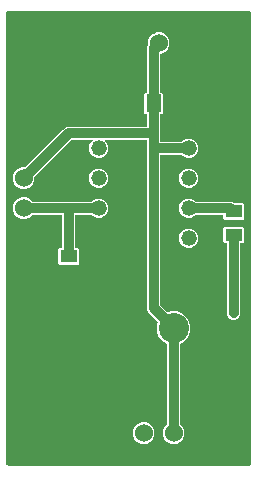
<source format=gbr>
G04 EAGLE Gerber RS-274X export*
G75*
%MOMM*%
%FSLAX34Y34*%
%LPD*%
%INTop Copper*%
%IPPOS*%
%AMOC8*
5,1,8,0,0,1.08239X$1,22.5*%
G01*
%ADD10R,1.300000X1.500000*%
%ADD11C,2.540000*%
%ADD12P,2.749271X8X202.500000*%
%ADD13R,1.400000X1.100000*%
%ADD14C,1.320800*%
%ADD15C,1.524000*%
%ADD16C,0.812800*%
%ADD17C,0.756400*%

G36*
X215918Y10672D02*
X215918Y10672D01*
X215940Y10670D01*
X216178Y10689D01*
X216227Y10703D01*
X216295Y10712D01*
X216749Y10860D01*
X216796Y10886D01*
X216890Y10932D01*
X217276Y11212D01*
X217312Y11252D01*
X217388Y11324D01*
X217668Y11710D01*
X217691Y11759D01*
X217740Y11851D01*
X217888Y12305D01*
X217894Y12356D01*
X217911Y12422D01*
X217930Y12660D01*
X217927Y12679D01*
X217931Y12700D01*
X217931Y393700D01*
X217928Y393718D01*
X217930Y393740D01*
X217911Y393978D01*
X217897Y394027D01*
X217888Y394095D01*
X217740Y394549D01*
X217714Y394596D01*
X217668Y394690D01*
X217388Y395076D01*
X217348Y395112D01*
X217276Y395188D01*
X216890Y395468D01*
X216841Y395491D01*
X216749Y395540D01*
X216295Y395688D01*
X216244Y395694D01*
X216178Y395711D01*
X215940Y395730D01*
X215921Y395727D01*
X215900Y395731D01*
X12700Y395731D01*
X12682Y395728D01*
X12660Y395730D01*
X12422Y395711D01*
X12372Y395697D01*
X12305Y395688D01*
X11851Y395540D01*
X11804Y395514D01*
X11710Y395468D01*
X11324Y395188D01*
X11288Y395149D01*
X11212Y395076D01*
X10932Y394690D01*
X10909Y394641D01*
X10860Y394549D01*
X10712Y394095D01*
X10706Y394044D01*
X10689Y393978D01*
X10670Y393740D01*
X10673Y393721D01*
X10669Y393700D01*
X10669Y12700D01*
X10670Y12693D01*
X10669Y12687D01*
X10672Y12675D01*
X10670Y12660D01*
X10689Y12422D01*
X10703Y12373D01*
X10712Y12305D01*
X10860Y11851D01*
X10886Y11804D01*
X10932Y11710D01*
X11212Y11324D01*
X11252Y11288D01*
X11324Y11212D01*
X11710Y10932D01*
X11759Y10909D01*
X11851Y10860D01*
X12305Y10712D01*
X12356Y10706D01*
X12422Y10689D01*
X12660Y10670D01*
X12679Y10673D01*
X12700Y10669D01*
X215900Y10669D01*
X215918Y10672D01*
G37*
%LPC*%
G36*
X150581Y28955D02*
X150581Y28955D01*
X147220Y30347D01*
X144647Y32920D01*
X143255Y36281D01*
X143255Y39919D01*
X144647Y43280D01*
X146663Y45295D01*
X146667Y45302D01*
X146673Y45306D01*
X146722Y45385D01*
X146774Y45462D01*
X146775Y45470D01*
X146779Y45477D01*
X146811Y45654D01*
X146811Y113579D01*
X146810Y113586D01*
X146811Y113592D01*
X146790Y113684D01*
X146772Y113776D01*
X146768Y113781D01*
X146767Y113788D01*
X146712Y113864D01*
X146659Y113942D01*
X146654Y113945D01*
X146650Y113950D01*
X146498Y114048D01*
X144342Y114941D01*
X140341Y118942D01*
X138175Y124170D01*
X138175Y129830D01*
X139068Y131985D01*
X139069Y131992D01*
X139073Y131997D01*
X139089Y132090D01*
X139107Y132182D01*
X139106Y132188D01*
X139107Y132195D01*
X139085Y132286D01*
X139066Y132378D01*
X139063Y132384D01*
X139061Y132390D01*
X138958Y132538D01*
X132406Y139091D01*
X130762Y140734D01*
X129911Y142788D01*
X129911Y286004D01*
X129910Y286009D01*
X129911Y286014D01*
X129890Y286107D01*
X129872Y286201D01*
X129869Y286205D01*
X129868Y286210D01*
X129812Y286288D01*
X129759Y286366D01*
X129755Y286369D01*
X129752Y286373D01*
X129670Y286424D01*
X129591Y286476D01*
X129586Y286476D01*
X129581Y286479D01*
X129404Y286511D01*
X94509Y286511D01*
X94506Y286511D01*
X94504Y286511D01*
X94409Y286491D01*
X94313Y286472D01*
X94310Y286470D01*
X94308Y286470D01*
X94227Y286414D01*
X94147Y286359D01*
X94145Y286357D01*
X94143Y286355D01*
X94090Y286272D01*
X94038Y286191D01*
X94037Y286188D01*
X94036Y286186D01*
X94019Y286090D01*
X94002Y285994D01*
X94003Y285991D01*
X94002Y285989D01*
X94024Y285894D01*
X94046Y285798D01*
X94047Y285796D01*
X94048Y285793D01*
X94150Y285645D01*
X95791Y284005D01*
X97029Y281017D01*
X97029Y277783D01*
X95791Y274795D01*
X93505Y272509D01*
X93170Y272370D01*
X91945Y271863D01*
X90721Y271356D01*
X90517Y271271D01*
X87283Y271271D01*
X84295Y272509D01*
X82009Y274795D01*
X80771Y277783D01*
X80771Y281017D01*
X82009Y284005D01*
X83650Y285645D01*
X83651Y285648D01*
X83653Y285649D01*
X83706Y285730D01*
X83761Y285812D01*
X83761Y285815D01*
X83762Y285817D01*
X83780Y285913D01*
X83798Y286009D01*
X83798Y286012D01*
X83798Y286014D01*
X83777Y286111D01*
X83757Y286205D01*
X83755Y286207D01*
X83754Y286210D01*
X83698Y286290D01*
X83642Y286370D01*
X83640Y286371D01*
X83638Y286373D01*
X83555Y286426D01*
X83473Y286477D01*
X83471Y286478D01*
X83468Y286479D01*
X83291Y286511D01*
X66025Y286511D01*
X66017Y286510D01*
X66010Y286511D01*
X65920Y286490D01*
X65829Y286472D01*
X65822Y286467D01*
X65814Y286465D01*
X65666Y286363D01*
X34693Y255390D01*
X34689Y255383D01*
X34683Y255379D01*
X34634Y255300D01*
X34582Y255223D01*
X34581Y255215D01*
X34577Y255208D01*
X34545Y255031D01*
X34545Y252181D01*
X33153Y248820D01*
X30580Y246247D01*
X29966Y245993D01*
X28742Y245486D01*
X28741Y245486D01*
X27517Y244979D01*
X27219Y244855D01*
X23581Y244855D01*
X20220Y246247D01*
X17647Y248820D01*
X16255Y252181D01*
X16255Y255819D01*
X17647Y259180D01*
X20220Y261753D01*
X20327Y261797D01*
X20328Y261797D01*
X21552Y262304D01*
X22777Y262812D01*
X23581Y263145D01*
X26431Y263145D01*
X26439Y263146D01*
X26446Y263145D01*
X26536Y263166D01*
X26627Y263184D01*
X26634Y263189D01*
X26642Y263191D01*
X26790Y263293D01*
X58691Y295194D01*
X60334Y296838D01*
X61461Y297305D01*
X62388Y297689D01*
X129404Y297689D01*
X129409Y297690D01*
X129414Y297689D01*
X129507Y297710D01*
X129601Y297728D01*
X129605Y297731D01*
X129610Y297732D01*
X129688Y297788D01*
X129766Y297841D01*
X129769Y297845D01*
X129773Y297848D01*
X129824Y297930D01*
X129876Y298009D01*
X129876Y298014D01*
X129879Y298019D01*
X129911Y298196D01*
X129911Y307968D01*
X129910Y307973D01*
X129911Y307978D01*
X129890Y308071D01*
X129872Y308165D01*
X129869Y308169D01*
X129868Y308174D01*
X129812Y308252D01*
X129759Y308330D01*
X129755Y308333D01*
X129752Y308337D01*
X129670Y308388D01*
X129591Y308440D01*
X129586Y308440D01*
X129581Y308443D01*
X129404Y308475D01*
X128368Y308475D01*
X127475Y309368D01*
X127475Y325632D01*
X128368Y326525D01*
X129404Y326525D01*
X129409Y326526D01*
X129414Y326525D01*
X129507Y326546D01*
X129601Y326564D01*
X129605Y326567D01*
X129610Y326568D01*
X129688Y326624D01*
X129766Y326677D01*
X129769Y326681D01*
X129773Y326684D01*
X129824Y326766D01*
X129876Y326845D01*
X129876Y326850D01*
X129879Y326855D01*
X129911Y327032D01*
X129911Y365212D01*
X130517Y366673D01*
X130518Y366682D01*
X130523Y366690D01*
X130555Y366867D01*
X130555Y370119D01*
X131947Y373480D01*
X134520Y376053D01*
X135445Y376436D01*
X136669Y376943D01*
X137881Y377445D01*
X141519Y377445D01*
X144880Y376053D01*
X147453Y373480D01*
X148845Y370119D01*
X148845Y366481D01*
X147453Y363120D01*
X144880Y360547D01*
X143859Y360124D01*
X142634Y359617D01*
X141446Y359125D01*
X141399Y359116D01*
X141395Y359113D01*
X141390Y359112D01*
X141312Y359056D01*
X141234Y359003D01*
X141231Y358999D01*
X141227Y358996D01*
X141176Y358914D01*
X141124Y358835D01*
X141124Y358830D01*
X141121Y358825D01*
X141089Y358648D01*
X141089Y327032D01*
X141090Y327027D01*
X141089Y327022D01*
X141110Y326929D01*
X141128Y326835D01*
X141131Y326831D01*
X141132Y326826D01*
X141188Y326748D01*
X141241Y326670D01*
X141245Y326667D01*
X141248Y326663D01*
X141330Y326612D01*
X141409Y326560D01*
X141414Y326560D01*
X141419Y326557D01*
X141596Y326525D01*
X142632Y326525D01*
X143525Y325632D01*
X143525Y309368D01*
X142632Y308475D01*
X141596Y308475D01*
X141591Y308474D01*
X141586Y308475D01*
X141493Y308454D01*
X141399Y308436D01*
X141395Y308433D01*
X141390Y308432D01*
X141312Y308376D01*
X141234Y308323D01*
X141231Y308319D01*
X141227Y308316D01*
X141176Y308234D01*
X141124Y308155D01*
X141124Y308150D01*
X141121Y308145D01*
X141089Y307968D01*
X141089Y285496D01*
X141090Y285491D01*
X141089Y285486D01*
X141110Y285392D01*
X141128Y285299D01*
X141131Y285295D01*
X141132Y285290D01*
X141188Y285212D01*
X141241Y285134D01*
X141245Y285131D01*
X141248Y285127D01*
X141330Y285076D01*
X141409Y285024D01*
X141414Y285024D01*
X141419Y285021D01*
X141596Y284989D01*
X158983Y284989D01*
X158991Y284990D01*
X158998Y284989D01*
X159088Y285010D01*
X159179Y285028D01*
X159186Y285033D01*
X159194Y285035D01*
X159342Y285137D01*
X160495Y286291D01*
X161367Y286652D01*
X162592Y287160D01*
X163483Y287529D01*
X166717Y287529D01*
X169705Y286291D01*
X171991Y284005D01*
X173229Y281017D01*
X173229Y277783D01*
X171991Y274795D01*
X169705Y272509D01*
X169370Y272370D01*
X168145Y271863D01*
X166921Y271356D01*
X166717Y271271D01*
X163483Y271271D01*
X160495Y272509D01*
X159342Y273663D01*
X159335Y273667D01*
X159330Y273673D01*
X159252Y273722D01*
X159175Y273774D01*
X159167Y273775D01*
X159160Y273779D01*
X158983Y273811D01*
X141596Y273811D01*
X141591Y273810D01*
X141586Y273811D01*
X141493Y273790D01*
X141399Y273772D01*
X141395Y273769D01*
X141390Y273768D01*
X141312Y273712D01*
X141234Y273659D01*
X141231Y273655D01*
X141227Y273652D01*
X141176Y273570D01*
X141124Y273491D01*
X141124Y273486D01*
X141121Y273481D01*
X141089Y273304D01*
X141089Y146425D01*
X141090Y146417D01*
X141089Y146410D01*
X141110Y146320D01*
X141128Y146229D01*
X141133Y146222D01*
X141135Y146214D01*
X141237Y146066D01*
X146862Y140442D01*
X146867Y140438D01*
X146871Y140433D01*
X146950Y140383D01*
X147029Y140331D01*
X147035Y140330D01*
X147041Y140326D01*
X147134Y140311D01*
X147226Y140293D01*
X147232Y140295D01*
X147239Y140293D01*
X147415Y140332D01*
X147976Y140564D01*
X149201Y141072D01*
X149570Y141225D01*
X155230Y141225D01*
X160458Y139059D01*
X164459Y135058D01*
X166625Y129830D01*
X166625Y124170D01*
X164459Y118942D01*
X160458Y114941D01*
X159672Y114615D01*
X158447Y114108D01*
X158302Y114048D01*
X158296Y114044D01*
X158290Y114043D01*
X158213Y113988D01*
X158135Y113936D01*
X158132Y113931D01*
X158127Y113927D01*
X158077Y113847D01*
X158025Y113769D01*
X158024Y113762D01*
X158021Y113757D01*
X157989Y113579D01*
X157989Y45654D01*
X157990Y45646D01*
X157989Y45638D01*
X158010Y45548D01*
X158028Y45457D01*
X158033Y45451D01*
X158035Y45443D01*
X158137Y45295D01*
X160153Y43280D01*
X161545Y39919D01*
X161545Y36281D01*
X160153Y32920D01*
X157580Y30347D01*
X156511Y29905D01*
X155286Y29397D01*
X154219Y28955D01*
X150581Y28955D01*
G37*
%LPD*%
%LPC*%
G36*
X55868Y180775D02*
X55868Y180775D01*
X54975Y181668D01*
X54975Y193932D01*
X55868Y194825D01*
X57404Y194825D01*
X57409Y194826D01*
X57414Y194825D01*
X57507Y194846D01*
X57601Y194864D01*
X57605Y194867D01*
X57610Y194868D01*
X57688Y194924D01*
X57766Y194977D01*
X57769Y194981D01*
X57773Y194984D01*
X57824Y195066D01*
X57876Y195145D01*
X57876Y195150D01*
X57879Y195155D01*
X57911Y195332D01*
X57911Y222504D01*
X57910Y222509D01*
X57911Y222514D01*
X57890Y222607D01*
X57872Y222701D01*
X57869Y222705D01*
X57868Y222710D01*
X57812Y222788D01*
X57759Y222866D01*
X57755Y222869D01*
X57752Y222873D01*
X57670Y222924D01*
X57591Y222976D01*
X57586Y222976D01*
X57581Y222979D01*
X57404Y223011D01*
X32954Y223011D01*
X32946Y223010D01*
X32939Y223011D01*
X32849Y222990D01*
X32757Y222972D01*
X32751Y222967D01*
X32743Y222965D01*
X32595Y222863D01*
X30580Y220847D01*
X30057Y220631D01*
X28832Y220123D01*
X27607Y219616D01*
X27219Y219455D01*
X23581Y219455D01*
X20220Y220847D01*
X17647Y223420D01*
X16255Y226781D01*
X16255Y230419D01*
X17647Y233780D01*
X20220Y236353D01*
X20418Y236435D01*
X21643Y236942D01*
X22867Y237449D01*
X23581Y237745D01*
X27219Y237745D01*
X30580Y236353D01*
X32595Y234337D01*
X32602Y234333D01*
X32606Y234327D01*
X32685Y234278D01*
X32762Y234226D01*
X32770Y234225D01*
X32777Y234221D01*
X32954Y234189D01*
X82783Y234189D01*
X82791Y234190D01*
X82798Y234189D01*
X82888Y234210D01*
X82979Y234228D01*
X82986Y234233D01*
X82994Y234235D01*
X83142Y234337D01*
X84295Y235491D01*
X85348Y235927D01*
X86573Y236435D01*
X87283Y236729D01*
X90517Y236729D01*
X93505Y235491D01*
X95791Y233205D01*
X97029Y230217D01*
X97029Y226983D01*
X95791Y223995D01*
X93505Y221709D01*
X93351Y221645D01*
X92126Y221138D01*
X90902Y220631D01*
X90517Y220471D01*
X87283Y220471D01*
X84295Y221709D01*
X83142Y222863D01*
X83135Y222867D01*
X83130Y222873D01*
X83052Y222922D01*
X82975Y222974D01*
X82967Y222975D01*
X82960Y222979D01*
X82783Y223011D01*
X69596Y223011D01*
X69591Y223010D01*
X69586Y223011D01*
X69493Y222990D01*
X69399Y222972D01*
X69395Y222969D01*
X69390Y222968D01*
X69312Y222912D01*
X69234Y222859D01*
X69231Y222855D01*
X69227Y222852D01*
X69176Y222770D01*
X69124Y222691D01*
X69124Y222686D01*
X69121Y222681D01*
X69089Y222504D01*
X69089Y195332D01*
X69090Y195327D01*
X69089Y195322D01*
X69110Y195229D01*
X69128Y195135D01*
X69131Y195131D01*
X69132Y195126D01*
X69188Y195048D01*
X69241Y194970D01*
X69245Y194967D01*
X69248Y194963D01*
X69330Y194912D01*
X69409Y194860D01*
X69414Y194860D01*
X69419Y194857D01*
X69596Y194825D01*
X71132Y194825D01*
X72025Y193932D01*
X72025Y181668D01*
X71132Y180775D01*
X55868Y180775D01*
G37*
%LPD*%
%LPC*%
G36*
X202088Y134111D02*
X202088Y134111D01*
X201501Y134355D01*
X201492Y134356D01*
X201484Y134361D01*
X201307Y134393D01*
X201002Y134393D01*
X200786Y134609D01*
X200779Y134614D01*
X200773Y134621D01*
X200622Y134719D01*
X200034Y134962D01*
X198462Y136534D01*
X198219Y137122D01*
X198214Y137130D01*
X198211Y137138D01*
X198109Y137286D01*
X197893Y137502D01*
X197893Y137807D01*
X197891Y137816D01*
X197893Y137825D01*
X197855Y138001D01*
X197611Y138588D01*
X197611Y198368D01*
X197610Y198373D01*
X197611Y198378D01*
X197590Y198471D01*
X197572Y198565D01*
X197569Y198569D01*
X197568Y198574D01*
X197512Y198652D01*
X197459Y198730D01*
X197455Y198733D01*
X197452Y198737D01*
X197370Y198788D01*
X197291Y198840D01*
X197286Y198840D01*
X197281Y198843D01*
X197104Y198875D01*
X195568Y198875D01*
X194675Y199768D01*
X194675Y212032D01*
X195568Y212925D01*
X210832Y212925D01*
X211725Y212032D01*
X211725Y199768D01*
X210832Y198875D01*
X209296Y198875D01*
X209291Y198874D01*
X209286Y198875D01*
X209193Y198854D01*
X209099Y198836D01*
X209095Y198833D01*
X209090Y198832D01*
X209012Y198776D01*
X208934Y198723D01*
X208931Y198719D01*
X208927Y198716D01*
X208876Y198634D01*
X208824Y198555D01*
X208824Y198550D01*
X208821Y198545D01*
X208789Y198368D01*
X208789Y138588D01*
X208545Y138001D01*
X208544Y137992D01*
X208539Y137984D01*
X208507Y137807D01*
X208507Y137502D01*
X208291Y137286D01*
X208286Y137279D01*
X208279Y137273D01*
X208181Y137122D01*
X207938Y136534D01*
X206366Y134962D01*
X205778Y134719D01*
X205770Y134714D01*
X205762Y134711D01*
X205614Y134609D01*
X205398Y134393D01*
X205093Y134393D01*
X205084Y134391D01*
X205075Y134393D01*
X204899Y134355D01*
X204897Y134354D01*
X204312Y134111D01*
X202088Y134111D01*
G37*
%LPD*%
%LPC*%
G36*
X195568Y218875D02*
X195568Y218875D01*
X194675Y219768D01*
X194675Y222504D01*
X194674Y222509D01*
X194675Y222514D01*
X194654Y222607D01*
X194636Y222701D01*
X194633Y222705D01*
X194632Y222710D01*
X194576Y222788D01*
X194523Y222866D01*
X194519Y222869D01*
X194516Y222873D01*
X194434Y222924D01*
X194355Y222976D01*
X194350Y222976D01*
X194345Y222979D01*
X194168Y223011D01*
X171217Y223011D01*
X171209Y223010D01*
X171202Y223011D01*
X171112Y222990D01*
X171021Y222972D01*
X171014Y222967D01*
X171006Y222965D01*
X170858Y222863D01*
X169705Y221709D01*
X169551Y221645D01*
X168326Y221138D01*
X167102Y220631D01*
X166717Y220471D01*
X163483Y220471D01*
X160495Y221709D01*
X158209Y223995D01*
X156971Y226983D01*
X156971Y230217D01*
X158209Y233205D01*
X160495Y235491D01*
X161548Y235927D01*
X162773Y236435D01*
X163483Y236729D01*
X166717Y236729D01*
X169705Y235491D01*
X170858Y234337D01*
X170865Y234333D01*
X170870Y234327D01*
X170948Y234278D01*
X171025Y234226D01*
X171033Y234225D01*
X171040Y234221D01*
X171217Y234189D01*
X201612Y234189D01*
X203666Y233338D01*
X203930Y233073D01*
X203937Y233069D01*
X203941Y233063D01*
X204020Y233014D01*
X204097Y232962D01*
X204105Y232961D01*
X204112Y232957D01*
X204289Y232925D01*
X210832Y232925D01*
X211725Y232032D01*
X211725Y219768D01*
X210832Y218875D01*
X195568Y218875D01*
G37*
%LPD*%
%LPC*%
G36*
X125181Y28955D02*
X125181Y28955D01*
X121820Y30347D01*
X119247Y32920D01*
X117855Y36281D01*
X117855Y39919D01*
X119247Y43280D01*
X121820Y45853D01*
X122697Y46216D01*
X123922Y46723D01*
X125146Y47230D01*
X125181Y47245D01*
X128819Y47245D01*
X132180Y45853D01*
X134753Y43280D01*
X136145Y39919D01*
X136145Y36281D01*
X134753Y32920D01*
X132180Y30347D01*
X131111Y29905D01*
X129886Y29397D01*
X128819Y28955D01*
X125181Y28955D01*
G37*
%LPD*%
%LPC*%
G36*
X87283Y245871D02*
X87283Y245871D01*
X84295Y247109D01*
X82009Y249395D01*
X80771Y252383D01*
X80771Y255617D01*
X82009Y258605D01*
X84295Y260891D01*
X85258Y261290D01*
X86482Y261797D01*
X86483Y261797D01*
X87283Y262129D01*
X90517Y262129D01*
X93505Y260891D01*
X95791Y258605D01*
X97029Y255617D01*
X97029Y252383D01*
X95791Y249395D01*
X93505Y247109D01*
X93260Y247008D01*
X92036Y246500D01*
X90811Y245993D01*
X90517Y245871D01*
X87283Y245871D01*
G37*
%LPD*%
%LPC*%
G36*
X163483Y245871D02*
X163483Y245871D01*
X160495Y247109D01*
X158209Y249395D01*
X156971Y252383D01*
X156971Y255617D01*
X158209Y258605D01*
X160495Y260891D01*
X161458Y261290D01*
X162682Y261797D01*
X162683Y261797D01*
X163483Y262129D01*
X166717Y262129D01*
X169705Y260891D01*
X171991Y258605D01*
X173229Y255617D01*
X173229Y252383D01*
X171991Y249395D01*
X169705Y247109D01*
X169460Y247008D01*
X168236Y246500D01*
X167011Y245993D01*
X166717Y245871D01*
X163483Y245871D01*
G37*
%LPD*%
%LPC*%
G36*
X163483Y195071D02*
X163483Y195071D01*
X160495Y196309D01*
X158209Y198595D01*
X156971Y201583D01*
X156971Y204817D01*
X158209Y207805D01*
X160495Y210091D01*
X161639Y210565D01*
X162863Y211072D01*
X162864Y211072D01*
X163483Y211329D01*
X166717Y211329D01*
X169705Y210091D01*
X171991Y207805D01*
X173229Y204817D01*
X173229Y201583D01*
X171991Y198595D01*
X169705Y196309D01*
X169641Y196283D01*
X168417Y195775D01*
X167192Y195268D01*
X166717Y195071D01*
X163483Y195071D01*
G37*
%LPD*%
D10*
X135500Y317500D03*
X118500Y317500D03*
D11*
X152400Y127000D03*
D12*
X101600Y127000D03*
D13*
X63500Y187800D03*
X63500Y167800D03*
X203200Y225900D03*
X203200Y205900D03*
D14*
X88900Y279400D03*
X88900Y254000D03*
X165100Y254000D03*
X165100Y279400D03*
X88900Y228600D03*
X88900Y203200D03*
X165100Y228600D03*
X165100Y203200D03*
D15*
X139700Y368300D03*
X114300Y368300D03*
X25400Y228600D03*
X25400Y254000D03*
X101600Y38100D03*
X127000Y38100D03*
X152400Y38100D03*
D16*
X203200Y225900D02*
X200500Y228600D01*
X165100Y228600D01*
D17*
X203200Y139700D03*
D16*
X203200Y205900D01*
X135500Y143900D02*
X152400Y127000D01*
X135500Y143900D02*
X135500Y254000D01*
X135500Y279400D02*
X135500Y292100D01*
X135500Y279400D02*
X135500Y254000D01*
X135500Y279400D02*
X135500Y317500D01*
X135500Y279400D02*
X165100Y279400D01*
X152400Y127000D02*
X152400Y38100D01*
X135500Y317500D02*
X135500Y364100D01*
X139700Y368300D01*
X135500Y292100D02*
X63500Y292100D01*
X25400Y254000D01*
X63500Y228600D02*
X88900Y228600D01*
X63500Y228600D02*
X25400Y228600D01*
X63500Y228600D02*
X63500Y187800D01*
M02*

</source>
